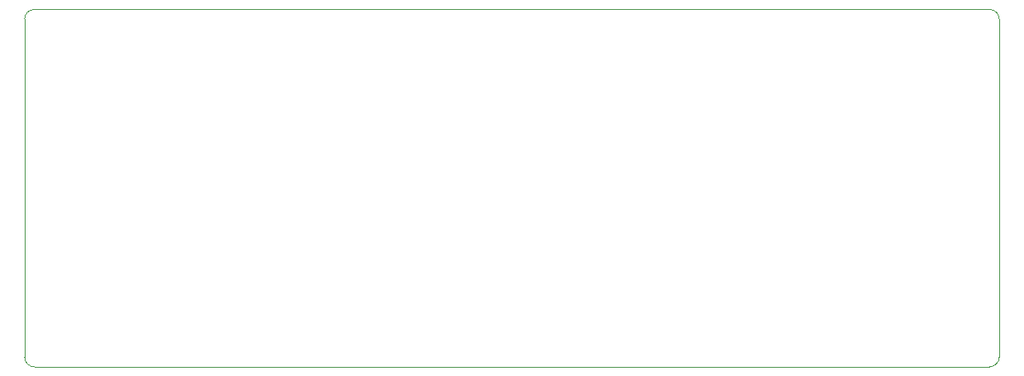
<source format=gbr>
%TF.GenerationSoftware,KiCad,Pcbnew,9.0.3*%
%TF.CreationDate,2025-08-31T00:36:59+09:00*%
%TF.ProjectId,dash,64617368-2e6b-4696-9361-645f70636258,rev?*%
%TF.SameCoordinates,Original*%
%TF.FileFunction,Profile,NP*%
%FSLAX46Y46*%
G04 Gerber Fmt 4.6, Leading zero omitted, Abs format (unit mm)*
G04 Created by KiCad (PCBNEW 9.0.3) date 2025-08-31 00:36:59*
%MOMM*%
%LPD*%
G01*
G04 APERTURE LIST*
%TA.AperFunction,Profile*%
%ADD10C,0.050000*%
%TD*%
G04 APERTURE END LIST*
D10*
X187250000Y-62650000D02*
X187250000Y-97350000D01*
X88250000Y-61650000D02*
X186250000Y-61650000D01*
X187250000Y-97350000D02*
G75*
G02*
X186250000Y-98350000I-1000000J0D01*
G01*
X186250000Y-98350000D02*
X88250000Y-98350000D01*
X88250000Y-98350000D02*
G75*
G02*
X87250000Y-97350000I0J1000000D01*
G01*
X87250000Y-97350000D02*
X87250000Y-62650000D01*
X186250000Y-61650000D02*
G75*
G02*
X187250000Y-62650000I0J-1000000D01*
G01*
X87250000Y-62650000D02*
G75*
G02*
X88250000Y-61650000I1000000J0D01*
G01*
M02*

</source>
